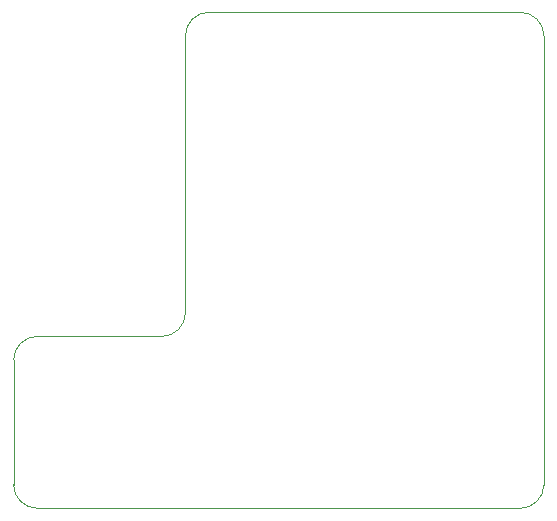
<source format=gbr>
%TF.GenerationSoftware,KiCad,Pcbnew,8.0.5-8.0.5-0~ubuntu24.04.1*%
%TF.CreationDate,2024-09-15T17:00:47-06:00*%
%TF.ProjectId,esp32-s3 single motor & battery controller,65737033-322d-4733-9320-73696e676c65,rev?*%
%TF.SameCoordinates,Original*%
%TF.FileFunction,Profile,NP*%
%FSLAX46Y46*%
G04 Gerber Fmt 4.6, Leading zero omitted, Abs format (unit mm)*
G04 Created by KiCad (PCBNEW 8.0.5-8.0.5-0~ubuntu24.04.1) date 2024-09-15 17:00:47*
%MOMM*%
%LPD*%
G01*
G04 APERTURE LIST*
%TA.AperFunction,Profile*%
%ADD10C,0.050000*%
%TD*%
G04 APERTURE END LIST*
D10*
X108100000Y-130000000D02*
X108100000Y-119450000D01*
X153000000Y-130000000D02*
G75*
G02*
X151000000Y-132000000I-2000000J0D01*
G01*
X122650000Y-115450000D02*
G75*
G02*
X120650000Y-117450000I-2000000J0D01*
G01*
X110100000Y-117450000D02*
X120650000Y-117450000D01*
X122650000Y-115450000D02*
X122650000Y-92000000D01*
X151000000Y-90000000D02*
G75*
G02*
X153000000Y-92000000I0J-2000000D01*
G01*
X151000000Y-132000000D02*
X110100000Y-132000000D01*
X110100000Y-132000000D02*
G75*
G02*
X108100000Y-130000000I0J2000000D01*
G01*
X122650000Y-92000000D02*
G75*
G02*
X124650000Y-90000000I2000000J0D01*
G01*
X108100000Y-119450000D02*
G75*
G02*
X110100000Y-117450000I2000000J0D01*
G01*
X153000000Y-92000000D02*
X153000000Y-130000000D01*
X124650000Y-90000000D02*
X151000000Y-90000000D01*
M02*

</source>
